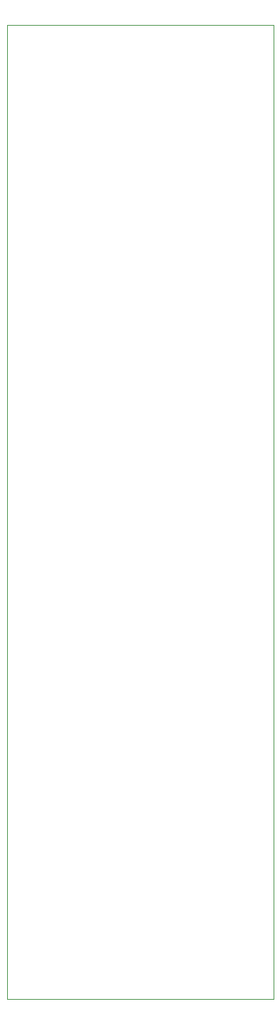
<source format=gbr>
%TF.GenerationSoftware,KiCad,Pcbnew,(7.0.0)*%
%TF.CreationDate,2023-05-30T18:27:12+05:30*%
%TF.ProjectId,voltmeter-pcb,766f6c74-6d65-4746-9572-2d7063622e6b,rev?*%
%TF.SameCoordinates,Original*%
%TF.FileFunction,Profile,NP*%
%FSLAX46Y46*%
G04 Gerber Fmt 4.6, Leading zero omitted, Abs format (unit mm)*
G04 Created by KiCad (PCBNEW (7.0.0)) date 2023-05-30 18:27:12*
%MOMM*%
%LPD*%
G01*
G04 APERTURE LIST*
%TA.AperFunction,Profile*%
%ADD10C,0.100000*%
%TD*%
G04 APERTURE END LIST*
D10*
X126562500Y-44670000D02*
X158202500Y-44670000D01*
X158202500Y-44670000D02*
X158202500Y-160300000D01*
X158202500Y-160300000D02*
X126562500Y-160300000D01*
X126562500Y-160300000D02*
X126562500Y-44670000D01*
M02*

</source>
